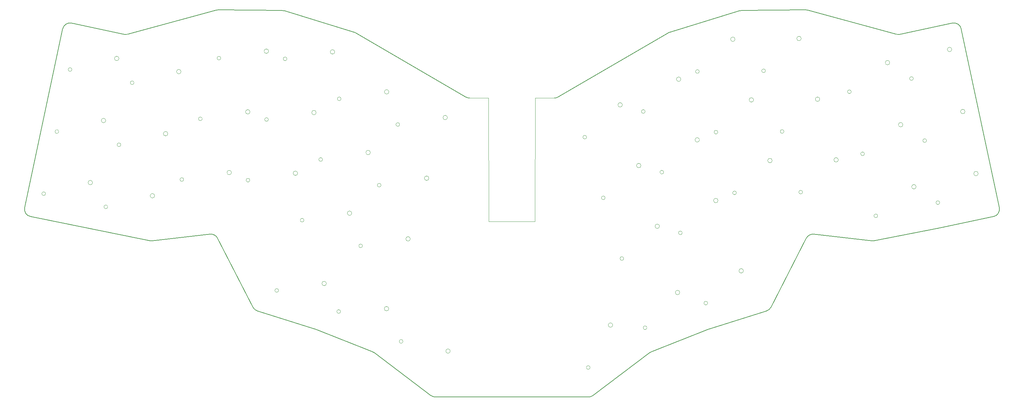
<source format=gbr>
%TF.GenerationSoftware,KiCad,Pcbnew,8.0.6*%
%TF.CreationDate,2025-06-23T21:04:45+02:00*%
%TF.ProjectId,main,6d61696e-2e6b-4696-9361-645f70636258,v1.0.0*%
%TF.SameCoordinates,Original*%
%TF.FileFunction,Profile,NP*%
%FSLAX46Y46*%
G04 Gerber Fmt 4.6, Leading zero omitted, Abs format (unit mm)*
G04 Created by KiCad (PCBNEW 8.0.6) date 2025-06-23 21:04:45*
%MOMM*%
%LPD*%
G01*
G04 APERTURE LIST*
%TA.AperFunction,Profile*%
%ADD10C,0.050000*%
%TD*%
%TA.AperFunction,Profile*%
%ADD11C,0.150000*%
%TD*%
%TA.AperFunction,Profile*%
%ADD12C,0.100000*%
%TD*%
G04 APERTURE END LIST*
D10*
X185125001Y-104050001D02*
X190282640Y-104035372D01*
X185100001Y-137100001D02*
X185125001Y-104050001D01*
X172675001Y-104000001D02*
X172550002Y-104000001D01*
X172700000Y-137150001D02*
X172675001Y-104000001D01*
D11*
X117447987Y-80593788D02*
G75*
G02*
X118011426Y-80681077I-21287J-1999512D01*
G01*
X82024378Y-142281783D02*
X49989176Y-135785770D01*
X58614100Y-85499041D02*
G75*
G02*
X60986218Y-83958594I1956299J-415861D01*
G01*
X200604839Y-183746559D02*
G75*
G02*
X199401209Y-184149256I-1203540J1597160D01*
G01*
X100296637Y-80411045D02*
X117447987Y-80593788D01*
X82651411Y-142308462D02*
G75*
G02*
X82024376Y-142281791I-229611J1985960D01*
G01*
X220797887Y-86561189D02*
G75*
G02*
X221220403Y-86376421I1007413J-1728211D01*
G01*
X309434081Y-133428267D02*
G75*
G02*
X307893603Y-135800386I-1956281J-415832D01*
G01*
X126038101Y-165901570D02*
G75*
G02*
X126169490Y-165948105I-603302J-1912130D01*
G01*
X141564216Y-172013236D02*
G75*
G02*
X142034742Y-172276750I-732715J-1860163D01*
G01*
X60986224Y-83958565D02*
X75183136Y-86976214D01*
X275827787Y-142286270D02*
G75*
G02*
X275218093Y-142309518I-380185J1964169D01*
G01*
X293239212Y-138915272D02*
G75*
G02*
X293203506Y-138922524I-422112J1986870D01*
G01*
X136640118Y-86376419D02*
G75*
G02*
X137062616Y-86561197I-584018J-1910781D01*
G01*
X76127102Y-86948916D02*
X99747196Y-80481923D01*
X158459302Y-184149289D02*
G75*
G02*
X157255671Y-183746559I-3J1999989D01*
G01*
X307893603Y-135800384D02*
X293239212Y-138915272D01*
X141564216Y-172013236D02*
X126169488Y-165948109D01*
X76127102Y-86948916D02*
G75*
G02*
X75183133Y-86976227I-528204J1929514D01*
G01*
X98085182Y-140525085D02*
X82651411Y-142308462D01*
X126038101Y-165901570D02*
X110736825Y-161074411D01*
X191289902Y-103763210D02*
G75*
G02*
X190282640Y-104035388I-1007204J1727510D01*
G01*
X258113320Y-80481923D02*
X281733408Y-86948920D01*
X240412515Y-80593800D02*
X257563882Y-80411052D01*
X257765620Y-141600196D02*
X248302109Y-160078742D01*
X49989176Y-135785770D02*
G75*
G02*
X48430357Y-133409843I397423J1960070D01*
G01*
X282677370Y-86976204D02*
G75*
G02*
X281733404Y-86948934I-415870J1956004D01*
G01*
X110736825Y-161074411D02*
G75*
G02*
X109558403Y-160078746I601677J1907312D01*
G01*
X248302109Y-160078742D02*
G75*
G02*
X247123689Y-161074414I-1780107J911642D01*
G01*
X215825780Y-172276762D02*
X200604839Y-183746559D01*
D10*
X167577880Y-104035361D02*
X172550002Y-104000001D01*
D11*
X48430354Y-133409842D02*
X58614100Y-85499041D01*
X247123690Y-161074418D02*
X231822414Y-165901577D01*
X167577880Y-104035361D02*
G75*
G02*
X166570625Y-103763206I119J2000464D01*
G01*
X299246410Y-85499035D02*
X309434081Y-133428267D01*
X118011429Y-80681068D02*
X136640118Y-86376419D01*
D10*
X172700000Y-137150001D02*
X185100001Y-137100001D01*
D11*
X109558401Y-160078747D02*
X100094890Y-141600202D01*
X231691031Y-165948120D02*
G75*
G02*
X231822413Y-165901575I732867J-1859979D01*
G01*
X282677370Y-86976204D02*
X296874292Y-83958562D01*
X231691031Y-165948120D02*
X216296306Y-172013232D01*
X215825780Y-172276762D02*
G75*
G02*
X216296304Y-172013228I1203822J-1597538D01*
G01*
X221220403Y-86376421D02*
X239849080Y-80681073D01*
X137062617Y-86561196D02*
X166570618Y-103763218D01*
X293203506Y-138922525D02*
X275827787Y-142286270D01*
X275218094Y-142309506D02*
X259775337Y-140525083D01*
X157255670Y-183746560D02*
X142034731Y-172276764D01*
X98085182Y-140525085D02*
G75*
G02*
X100094850Y-141600223I229619J-1986615D01*
G01*
X191289902Y-103763210D02*
X220797887Y-86561189D01*
X296874292Y-83958562D02*
G75*
G02*
X299246424Y-85499032I415808J-1956337D01*
G01*
X257765620Y-141600196D02*
G75*
G02*
X259775329Y-140525155I1780078J-911703D01*
G01*
X257563882Y-80411052D02*
G75*
G02*
X258113322Y-80481917I21319J-2000147D01*
G01*
X99747196Y-80481923D02*
G75*
G02*
X100296637Y-80411035I528207J-1929280D01*
G01*
X239849080Y-80681073D02*
G75*
G02*
X240412515Y-80593799I584719J-1912526D01*
G01*
X199401209Y-184149288D02*
X158459302Y-184149289D01*
D12*
%TO.C,CPG1316*%
X261370913Y-104348262D02*
G75*
G02*
X260170905Y-104348262I-600004J0D01*
G01*
X260170905Y-104348262D02*
G75*
G02*
X261370913Y-104348262I600004J0D01*
G01*
X251785819Y-112999450D02*
G75*
G02*
X250785819Y-112999450I-500000J0D01*
G01*
X250785819Y-112999450D02*
G75*
G02*
X251785819Y-112999450I500000J0D01*
G01*
X126501783Y-107928567D02*
G75*
G02*
X125301775Y-107928567I-600004J0D01*
G01*
X125301775Y-107928567D02*
G75*
G02*
X126501783Y-107928567I600004J0D01*
G01*
X113700600Y-109796739D02*
G75*
G02*
X112700606Y-109796739I-499997J0D01*
G01*
X112700606Y-109796739D02*
G75*
G02*
X113700600Y-109796739I499997J0D01*
G01*
X131472107Y-91671384D02*
G75*
G02*
X130272099Y-91671384I-600004J0D01*
G01*
X130272099Y-91671384D02*
G75*
G02*
X131472107Y-91671384I600004J0D01*
G01*
X118670924Y-93539556D02*
G75*
G02*
X117670930Y-93539556I-499997J0D01*
G01*
X117670930Y-93539556D02*
G75*
G02*
X118670924Y-93539556I499997J0D01*
G01*
X136034408Y-134893885D02*
G75*
G02*
X134834400Y-134893885I-600004J0D01*
G01*
X134834400Y-134893885D02*
G75*
G02*
X136034408Y-134893885I600004J0D01*
G01*
X123233225Y-136762057D02*
G75*
G02*
X122233231Y-136762057I-499997J0D01*
G01*
X122233231Y-136762057D02*
G75*
G02*
X123233225Y-136762057I499997J0D01*
G01*
X238681550Y-88279878D02*
G75*
G02*
X237481542Y-88279878I-600004J0D01*
G01*
X237481542Y-88279878D02*
G75*
G02*
X238681550Y-88279878I600004J0D01*
G01*
X229096456Y-96931066D02*
G75*
G02*
X228096456Y-96931066I-500000J0D01*
G01*
X228096456Y-96931066D02*
G75*
G02*
X229096456Y-96931066I500000J0D01*
G01*
X83240781Y-130221745D02*
G75*
G02*
X82040755Y-130221745I-600013J0D01*
G01*
X82040755Y-130221745D02*
G75*
G02*
X83240781Y-130221745I600013J0D01*
G01*
X70650750Y-133189797D02*
G75*
G02*
X69650750Y-133189797I-500000J0D01*
G01*
X69650750Y-133189797D02*
G75*
G02*
X70650750Y-133189797I500000J0D01*
G01*
X113753063Y-91482595D02*
G75*
G02*
X112553055Y-91482595I-600004J0D01*
G01*
X112553055Y-91482595D02*
G75*
G02*
X113753063Y-91482595I600004J0D01*
G01*
X100951880Y-93350767D02*
G75*
G02*
X99951886Y-93350767I-499997J0D01*
G01*
X99951886Y-93350767D02*
G75*
G02*
X100951880Y-93350767I499997J0D01*
G01*
X234119242Y-131502384D02*
G75*
G02*
X232919234Y-131502384I-600004J0D01*
G01*
X232919234Y-131502384D02*
G75*
G02*
X234119242Y-131502384I600004J0D01*
G01*
X224534148Y-140153572D02*
G75*
G02*
X223534148Y-140153572I-500000J0D01*
G01*
X223534148Y-140153572D02*
G75*
G02*
X224534148Y-140153572I500000J0D01*
G01*
X223872799Y-156137892D02*
G75*
G02*
X222672815Y-156137892I-599992J0D01*
G01*
X222672815Y-156137892D02*
G75*
G02*
X223872799Y-156137892I599992J0D01*
G01*
X215077801Y-165582834D02*
G75*
G02*
X214077793Y-165582834I-500004J0D01*
G01*
X214077793Y-165582834D02*
G75*
G02*
X215077801Y-165582834I500004J0D01*
G01*
X161647488Y-109262463D02*
G75*
G02*
X160447480Y-109262463I-600004J0D01*
G01*
X160447480Y-109262463D02*
G75*
G02*
X161647488Y-109262463I600004J0D01*
G01*
X148846305Y-111130635D02*
G75*
G02*
X147846311Y-111130635I-499997J0D01*
G01*
X147846311Y-111130635D02*
G75*
G02*
X148846305Y-111130635I499997J0D01*
G01*
X86775288Y-113593241D02*
G75*
G02*
X85575262Y-113593241I-600013J0D01*
G01*
X85575262Y-113593241D02*
G75*
G02*
X86775288Y-113593241I600013J0D01*
G01*
X74185257Y-116561293D02*
G75*
G02*
X73185257Y-116561293I-500000J0D01*
G01*
X73185257Y-116561293D02*
G75*
G02*
X74185257Y-116561293I500000J0D01*
G01*
X229148920Y-115245209D02*
G75*
G02*
X227948912Y-115245209I-600004J0D01*
G01*
X227948912Y-115245209D02*
G75*
G02*
X229148920Y-115245209I600004J0D01*
G01*
X219563826Y-123896397D02*
G75*
G02*
X218563826Y-123896397I-500000J0D01*
G01*
X218563826Y-123896397D02*
G75*
G02*
X219563826Y-123896397I500000J0D01*
G01*
X162408083Y-171838371D02*
G75*
G02*
X161208109Y-171838371I-599987J0D01*
G01*
X161208109Y-171838371D02*
G75*
G02*
X162408083Y-171838371I599987J0D01*
G01*
X149733927Y-169249811D02*
G75*
G02*
X148733889Y-169249811I-500019J0D01*
G01*
X148733889Y-169249811D02*
G75*
G02*
X149733927Y-169249811I500019J0D01*
G01*
X70146758Y-110058741D02*
G75*
G02*
X68946732Y-110058741I-600013J0D01*
G01*
X68946732Y-110058741D02*
G75*
G02*
X70146758Y-110058741I600013J0D01*
G01*
X57556727Y-113026793D02*
G75*
G02*
X56556727Y-113026793I-500000J0D01*
G01*
X56556727Y-113026793D02*
G75*
G02*
X57556727Y-113026793I500000J0D01*
G01*
X108782748Y-107739772D02*
G75*
G02*
X107582740Y-107739772I-600004J0D01*
G01*
X107582740Y-107739772D02*
G75*
G02*
X108782748Y-107739772I600004J0D01*
G01*
X95981565Y-109607944D02*
G75*
G02*
X94981571Y-109607944I-499997J0D01*
G01*
X94981571Y-109607944D02*
G75*
G02*
X95981565Y-109607944I499997J0D01*
G01*
X208506171Y-105870961D02*
G75*
G02*
X207306163Y-105870961I-600004J0D01*
G01*
X207306163Y-105870961D02*
G75*
G02*
X208506171Y-105870961I600004J0D01*
G01*
X198921077Y-114522149D02*
G75*
G02*
X197921077Y-114522149I-500000J0D01*
G01*
X197921077Y-114522149D02*
G75*
G02*
X198921077Y-114522149I500000J0D01*
G01*
X248622185Y-120794236D02*
G75*
G02*
X247422177Y-120794236I-600004J0D01*
G01*
X247422177Y-120794236D02*
G75*
G02*
X248622185Y-120794236I600004J0D01*
G01*
X239037091Y-129445424D02*
G75*
G02*
X238037091Y-129445424I-500000J0D01*
G01*
X238037091Y-129445424D02*
G75*
G02*
X239037091Y-129445424I500000J0D01*
G01*
X218446802Y-138385321D02*
G75*
G02*
X217246794Y-138385321I-600004J0D01*
G01*
X217246794Y-138385321D02*
G75*
G02*
X218446802Y-138385321I600004J0D01*
G01*
X208861708Y-147036509D02*
G75*
G02*
X207861708Y-147036509I-500000J0D01*
G01*
X207861708Y-147036509D02*
G75*
G02*
X208861708Y-147036509I500000J0D01*
G01*
X243651869Y-104537058D02*
G75*
G02*
X242451861Y-104537058I-600004J0D01*
G01*
X242451861Y-104537058D02*
G75*
G02*
X243651869Y-104537058I600004J0D01*
G01*
X234066775Y-113188246D02*
G75*
G02*
X233066775Y-113188246I-500000J0D01*
G01*
X233066775Y-113188246D02*
G75*
G02*
X234066775Y-113188246I500000J0D01*
G01*
X296725773Y-91018468D02*
G75*
G02*
X295525759Y-91018468I-600007J0D01*
G01*
X295525759Y-91018468D02*
G75*
G02*
X296725773Y-91018468I600007J0D01*
G01*
X286422760Y-98810060D02*
G75*
G02*
X285422772Y-98810060I-499994J0D01*
G01*
X285422772Y-98810060D02*
G75*
G02*
X286422760Y-98810060I499994J0D01*
G01*
X287166256Y-127809968D02*
G75*
G02*
X285966242Y-127809968I-600007J0D01*
G01*
X285966242Y-127809968D02*
G75*
G02*
X287166256Y-127809968I600007J0D01*
G01*
X276863243Y-135601560D02*
G75*
G02*
X275863255Y-135601560I-499994J0D01*
G01*
X275863255Y-135601560D02*
G75*
G02*
X276863243Y-135601560I499994J0D01*
G01*
X129230668Y-153727607D02*
G75*
G02*
X128030660Y-153727607I-600004J0D01*
G01*
X128030660Y-153727607D02*
G75*
G02*
X129230668Y-153727607I600004J0D01*
G01*
X116429485Y-155595779D02*
G75*
G02*
X115429491Y-155595779I-499997J0D01*
G01*
X115429491Y-155595779D02*
G75*
G02*
X116429485Y-155595779I499997J0D01*
G01*
X224178598Y-98988025D02*
G75*
G02*
X222978590Y-98988025I-600004J0D01*
G01*
X222978590Y-98988025D02*
G75*
G02*
X224178598Y-98988025I600004J0D01*
G01*
X214593504Y-107639213D02*
G75*
G02*
X213593504Y-107639213I-500000J0D01*
G01*
X213593504Y-107639213D02*
G75*
G02*
X214593504Y-107639213I500000J0D01*
G01*
X300260266Y-107646970D02*
G75*
G02*
X299060252Y-107646970I-600007J0D01*
G01*
X299060252Y-107646970D02*
G75*
G02*
X300260266Y-107646970I600007J0D01*
G01*
X289957253Y-115438562D02*
G75*
G02*
X288957265Y-115438562I-499994J0D01*
G01*
X288957265Y-115438562D02*
G75*
G02*
X289957253Y-115438562I499994J0D01*
G01*
X151706850Y-141776822D02*
G75*
G02*
X150506842Y-141776822I-600004J0D01*
G01*
X150506842Y-141776822D02*
G75*
G02*
X151706850Y-141776822I600004J0D01*
G01*
X138905667Y-143644994D02*
G75*
G02*
X137905673Y-143644994I-499997J0D01*
G01*
X137905673Y-143644994D02*
G75*
G02*
X138905667Y-143644994I499997J0D01*
G01*
X141004733Y-118636710D02*
G75*
G02*
X139804725Y-118636710I-600004J0D01*
G01*
X139804725Y-118636710D02*
G75*
G02*
X141004733Y-118636710I600004J0D01*
G01*
X128203550Y-120504882D02*
G75*
G02*
X127203556Y-120504882I-499997J0D01*
G01*
X127203556Y-120504882D02*
G75*
G02*
X128203550Y-120504882I499997J0D01*
G01*
X103812420Y-123996953D02*
G75*
G02*
X102612412Y-123996953I-600004J0D01*
G01*
X102612412Y-123996953D02*
G75*
G02*
X103812420Y-123996953I600004J0D01*
G01*
X91011237Y-125865125D02*
G75*
G02*
X90011243Y-125865125I-499997J0D01*
G01*
X90011243Y-125865125D02*
G75*
G02*
X91011237Y-125865125I499997J0D01*
G01*
X240922977Y-150336102D02*
G75*
G02*
X239722969Y-150336102I-600004J0D01*
G01*
X239722969Y-150336102D02*
G75*
G02*
X240922977Y-150336102I600004J0D01*
G01*
X231337883Y-158987290D02*
G75*
G02*
X230337883Y-158987290I-500000J0D01*
G01*
X230337883Y-158987290D02*
G75*
G02*
X231337883Y-158987290I500000J0D01*
G01*
X283631769Y-111181474D02*
G75*
G02*
X282431755Y-111181474I-600007J0D01*
G01*
X282431755Y-111181474D02*
G75*
G02*
X283631769Y-111181474I600007J0D01*
G01*
X273328756Y-118973066D02*
G75*
G02*
X272328768Y-118973066I-499994J0D01*
G01*
X272328768Y-118973066D02*
G75*
G02*
X273328756Y-118973066I499994J0D01*
G01*
X73681264Y-93430231D02*
G75*
G02*
X72481238Y-93430231I-600013J0D01*
G01*
X72481238Y-93430231D02*
G75*
G02*
X73681264Y-93430231I600013J0D01*
G01*
X61091233Y-96398283D02*
G75*
G02*
X60091233Y-96398283I-500000J0D01*
G01*
X60091233Y-96398283D02*
G75*
G02*
X61091233Y-96398283I500000J0D01*
G01*
X90309777Y-96964729D02*
G75*
G02*
X89109751Y-96964729I-600013J0D01*
G01*
X89109751Y-96964729D02*
G75*
G02*
X90309777Y-96964729I600013J0D01*
G01*
X77719746Y-99932781D02*
G75*
G02*
X76719746Y-99932781I-500000J0D01*
G01*
X76719746Y-99932781D02*
G75*
G02*
X77719746Y-99932781I500000J0D01*
G01*
X145943052Y-160483338D02*
G75*
G02*
X144743032Y-160483338I-600010J0D01*
G01*
X144743032Y-160483338D02*
G75*
G02*
X145943052Y-160483338I600010J0D01*
G01*
X133027386Y-161237404D02*
G75*
G02*
X132027390Y-161237404I-499998J0D01*
G01*
X132027390Y-161237404D02*
G75*
G02*
X133027386Y-161237404I499998J0D01*
G01*
X213476478Y-122128133D02*
G75*
G02*
X212276470Y-122128133I-600004J0D01*
G01*
X212276470Y-122128133D02*
G75*
G02*
X213476478Y-122128133I600004J0D01*
G01*
X203891384Y-130779321D02*
G75*
G02*
X202891384Y-130779321I-500000J0D01*
G01*
X202891384Y-130779321D02*
G75*
G02*
X203891384Y-130779321I500000J0D01*
G01*
X266341224Y-120605449D02*
G75*
G02*
X265141216Y-120605449I-600004J0D01*
G01*
X265141216Y-120605449D02*
G75*
G02*
X266341224Y-120605449I600004J0D01*
G01*
X256756130Y-129256637D02*
G75*
G02*
X255756130Y-129256637I-500000J0D01*
G01*
X255756130Y-129256637D02*
G75*
G02*
X256756130Y-129256637I500000J0D01*
G01*
X156677177Y-125519642D02*
G75*
G02*
X155477169Y-125519642I-600004J0D01*
G01*
X155477169Y-125519642D02*
G75*
G02*
X156677177Y-125519642I600004J0D01*
G01*
X143875994Y-127387814D02*
G75*
G02*
X142876000Y-127387814I-499997J0D01*
G01*
X142876000Y-127387814D02*
G75*
G02*
X143875994Y-127387814I499997J0D01*
G01*
X303794767Y-124275473D02*
G75*
G02*
X302594753Y-124275473I-600007J0D01*
G01*
X302594753Y-124275473D02*
G75*
G02*
X303794767Y-124275473I600007J0D01*
G01*
X293491754Y-132067065D02*
G75*
G02*
X292491766Y-132067065I-499994J0D01*
G01*
X292491766Y-132067065D02*
G75*
G02*
X293491754Y-132067065I499994J0D01*
G01*
X145975056Y-102379545D02*
G75*
G02*
X144775048Y-102379545I-600004J0D01*
G01*
X144775048Y-102379545D02*
G75*
G02*
X145975056Y-102379545I600004J0D01*
G01*
X133173873Y-104247717D02*
G75*
G02*
X132173879Y-104247717I-499997J0D01*
G01*
X132173879Y-104247717D02*
G75*
G02*
X133173873Y-104247717I499997J0D01*
G01*
X256400586Y-88091079D02*
G75*
G02*
X255200578Y-88091079I-600004J0D01*
G01*
X255200578Y-88091079D02*
G75*
G02*
X256400586Y-88091079I600004J0D01*
G01*
X246815492Y-96742267D02*
G75*
G02*
X245815492Y-96742267I-500000J0D01*
G01*
X245815492Y-96742267D02*
G75*
G02*
X246815492Y-96742267I500000J0D01*
G01*
X121531459Y-124185749D02*
G75*
G02*
X120331451Y-124185749I-600004J0D01*
G01*
X120331451Y-124185749D02*
G75*
G02*
X121531459Y-124185749I600004J0D01*
G01*
X108730276Y-126053921D02*
G75*
G02*
X107730282Y-126053921I-499997J0D01*
G01*
X107730282Y-126053921D02*
G75*
G02*
X108730276Y-126053921I499997J0D01*
G01*
X205916603Y-164857318D02*
G75*
G02*
X204716601Y-164857318I-600001J0D01*
G01*
X204716601Y-164857318D02*
G75*
G02*
X205916603Y-164857318I600001J0D01*
G01*
X199862415Y-176230870D02*
G75*
G02*
X198862401Y-176230870I-500007J0D01*
G01*
X198862401Y-176230870D02*
G75*
G02*
X199862415Y-176230870I500007J0D01*
G01*
X280097269Y-94552963D02*
G75*
G02*
X278897255Y-94552963I-600007J0D01*
G01*
X278897255Y-94552963D02*
G75*
G02*
X280097269Y-94552963I600007J0D01*
G01*
X269794256Y-102344555D02*
G75*
G02*
X268794268Y-102344555I-499994J0D01*
G01*
X268794268Y-102344555D02*
G75*
G02*
X269794256Y-102344555I499994J0D01*
G01*
X66612265Y-126687247D02*
G75*
G02*
X65412239Y-126687247I-600013J0D01*
G01*
X65412239Y-126687247D02*
G75*
G02*
X66612265Y-126687247I600013J0D01*
G01*
X54022234Y-129655299D02*
G75*
G02*
X53022234Y-129655299I-500000J0D01*
G01*
X53022234Y-129655299D02*
G75*
G02*
X54022234Y-129655299I500000J0D01*
G01*
%TD*%
M02*

</source>
